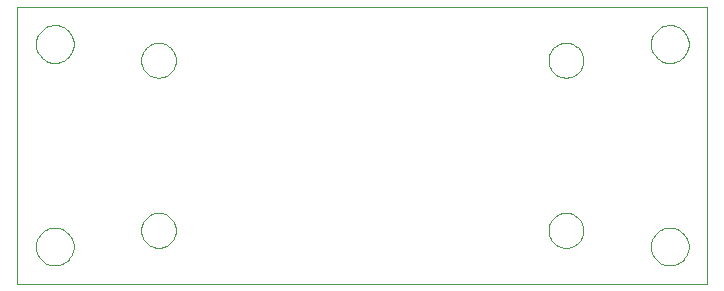
<source format=gm1>
G75*
G70*
%OFA0B0*%
%FSLAX24Y24*%
%IPPOS*%
%LPD*%
%AMOC8*
5,1,8,0,0,1.08239X$1,22.5*
%
%ADD10C,0.0000*%
D10*
X000625Y002625D02*
X000625Y011875D01*
X023625Y011875D01*
X023625Y002625D01*
X000625Y002625D01*
X001245Y003875D02*
X001247Y003925D01*
X001253Y003975D01*
X001263Y004024D01*
X001277Y004072D01*
X001294Y004119D01*
X001315Y004164D01*
X001340Y004208D01*
X001368Y004249D01*
X001400Y004288D01*
X001434Y004325D01*
X001471Y004359D01*
X001511Y004389D01*
X001553Y004416D01*
X001597Y004440D01*
X001643Y004461D01*
X001690Y004477D01*
X001738Y004490D01*
X001788Y004499D01*
X001837Y004504D01*
X001888Y004505D01*
X001938Y004502D01*
X001987Y004495D01*
X002036Y004484D01*
X002084Y004469D01*
X002130Y004451D01*
X002175Y004429D01*
X002218Y004403D01*
X002259Y004374D01*
X002298Y004342D01*
X002334Y004307D01*
X002366Y004269D01*
X002396Y004229D01*
X002423Y004186D01*
X002446Y004142D01*
X002465Y004096D01*
X002481Y004048D01*
X002493Y003999D01*
X002501Y003950D01*
X002505Y003900D01*
X002505Y003850D01*
X002501Y003800D01*
X002493Y003751D01*
X002481Y003702D01*
X002465Y003654D01*
X002446Y003608D01*
X002423Y003564D01*
X002396Y003521D01*
X002366Y003481D01*
X002334Y003443D01*
X002298Y003408D01*
X002259Y003376D01*
X002218Y003347D01*
X002175Y003321D01*
X002130Y003299D01*
X002084Y003281D01*
X002036Y003266D01*
X001987Y003255D01*
X001938Y003248D01*
X001888Y003245D01*
X001837Y003246D01*
X001788Y003251D01*
X001738Y003260D01*
X001690Y003273D01*
X001643Y003289D01*
X001597Y003310D01*
X001553Y003334D01*
X001511Y003361D01*
X001471Y003391D01*
X001434Y003425D01*
X001400Y003462D01*
X001368Y003501D01*
X001340Y003542D01*
X001315Y003586D01*
X001294Y003631D01*
X001277Y003678D01*
X001263Y003726D01*
X001253Y003775D01*
X001247Y003825D01*
X001245Y003875D01*
X004755Y004415D02*
X004757Y004463D01*
X004763Y004510D01*
X004773Y004557D01*
X004786Y004603D01*
X004804Y004648D01*
X004825Y004691D01*
X004849Y004732D01*
X004877Y004771D01*
X004908Y004808D01*
X004942Y004842D01*
X004979Y004873D01*
X005018Y004901D01*
X005059Y004925D01*
X005102Y004946D01*
X005147Y004964D01*
X005193Y004977D01*
X005240Y004987D01*
X005287Y004993D01*
X005335Y004995D01*
X005383Y004993D01*
X005430Y004987D01*
X005477Y004977D01*
X005523Y004964D01*
X005568Y004946D01*
X005611Y004925D01*
X005652Y004901D01*
X005691Y004873D01*
X005728Y004842D01*
X005762Y004808D01*
X005793Y004771D01*
X005821Y004732D01*
X005845Y004691D01*
X005866Y004648D01*
X005884Y004603D01*
X005897Y004557D01*
X005907Y004510D01*
X005913Y004463D01*
X005915Y004415D01*
X005913Y004367D01*
X005907Y004320D01*
X005897Y004273D01*
X005884Y004227D01*
X005866Y004182D01*
X005845Y004139D01*
X005821Y004098D01*
X005793Y004059D01*
X005762Y004022D01*
X005728Y003988D01*
X005691Y003957D01*
X005652Y003929D01*
X005611Y003905D01*
X005568Y003884D01*
X005523Y003866D01*
X005477Y003853D01*
X005430Y003843D01*
X005383Y003837D01*
X005335Y003835D01*
X005287Y003837D01*
X005240Y003843D01*
X005193Y003853D01*
X005147Y003866D01*
X005102Y003884D01*
X005059Y003905D01*
X005018Y003929D01*
X004979Y003957D01*
X004942Y003988D01*
X004908Y004022D01*
X004877Y004059D01*
X004849Y004098D01*
X004825Y004139D01*
X004804Y004182D01*
X004786Y004227D01*
X004773Y004273D01*
X004763Y004320D01*
X004757Y004367D01*
X004755Y004415D01*
X004755Y010085D02*
X004757Y010133D01*
X004763Y010180D01*
X004773Y010227D01*
X004786Y010273D01*
X004804Y010318D01*
X004825Y010361D01*
X004849Y010402D01*
X004877Y010441D01*
X004908Y010478D01*
X004942Y010512D01*
X004979Y010543D01*
X005018Y010571D01*
X005059Y010595D01*
X005102Y010616D01*
X005147Y010634D01*
X005193Y010647D01*
X005240Y010657D01*
X005287Y010663D01*
X005335Y010665D01*
X005383Y010663D01*
X005430Y010657D01*
X005477Y010647D01*
X005523Y010634D01*
X005568Y010616D01*
X005611Y010595D01*
X005652Y010571D01*
X005691Y010543D01*
X005728Y010512D01*
X005762Y010478D01*
X005793Y010441D01*
X005821Y010402D01*
X005845Y010361D01*
X005866Y010318D01*
X005884Y010273D01*
X005897Y010227D01*
X005907Y010180D01*
X005913Y010133D01*
X005915Y010085D01*
X005913Y010037D01*
X005907Y009990D01*
X005897Y009943D01*
X005884Y009897D01*
X005866Y009852D01*
X005845Y009809D01*
X005821Y009768D01*
X005793Y009729D01*
X005762Y009692D01*
X005728Y009658D01*
X005691Y009627D01*
X005652Y009599D01*
X005611Y009575D01*
X005568Y009554D01*
X005523Y009536D01*
X005477Y009523D01*
X005430Y009513D01*
X005383Y009507D01*
X005335Y009505D01*
X005287Y009507D01*
X005240Y009513D01*
X005193Y009523D01*
X005147Y009536D01*
X005102Y009554D01*
X005059Y009575D01*
X005018Y009599D01*
X004979Y009627D01*
X004942Y009658D01*
X004908Y009692D01*
X004877Y009729D01*
X004849Y009768D01*
X004825Y009809D01*
X004804Y009852D01*
X004786Y009897D01*
X004773Y009943D01*
X004763Y009990D01*
X004757Y010037D01*
X004755Y010085D01*
X001245Y010625D02*
X001247Y010675D01*
X001253Y010725D01*
X001263Y010774D01*
X001277Y010822D01*
X001294Y010869D01*
X001315Y010914D01*
X001340Y010958D01*
X001368Y010999D01*
X001400Y011038D01*
X001434Y011075D01*
X001471Y011109D01*
X001511Y011139D01*
X001553Y011166D01*
X001597Y011190D01*
X001643Y011211D01*
X001690Y011227D01*
X001738Y011240D01*
X001788Y011249D01*
X001837Y011254D01*
X001888Y011255D01*
X001938Y011252D01*
X001987Y011245D01*
X002036Y011234D01*
X002084Y011219D01*
X002130Y011201D01*
X002175Y011179D01*
X002218Y011153D01*
X002259Y011124D01*
X002298Y011092D01*
X002334Y011057D01*
X002366Y011019D01*
X002396Y010979D01*
X002423Y010936D01*
X002446Y010892D01*
X002465Y010846D01*
X002481Y010798D01*
X002493Y010749D01*
X002501Y010700D01*
X002505Y010650D01*
X002505Y010600D01*
X002501Y010550D01*
X002493Y010501D01*
X002481Y010452D01*
X002465Y010404D01*
X002446Y010358D01*
X002423Y010314D01*
X002396Y010271D01*
X002366Y010231D01*
X002334Y010193D01*
X002298Y010158D01*
X002259Y010126D01*
X002218Y010097D01*
X002175Y010071D01*
X002130Y010049D01*
X002084Y010031D01*
X002036Y010016D01*
X001987Y010005D01*
X001938Y009998D01*
X001888Y009995D01*
X001837Y009996D01*
X001788Y010001D01*
X001738Y010010D01*
X001690Y010023D01*
X001643Y010039D01*
X001597Y010060D01*
X001553Y010084D01*
X001511Y010111D01*
X001471Y010141D01*
X001434Y010175D01*
X001400Y010212D01*
X001368Y010251D01*
X001340Y010292D01*
X001315Y010336D01*
X001294Y010381D01*
X001277Y010428D01*
X001263Y010476D01*
X001253Y010525D01*
X001247Y010575D01*
X001245Y010625D01*
X018335Y010085D02*
X018337Y010133D01*
X018343Y010180D01*
X018353Y010227D01*
X018366Y010273D01*
X018384Y010318D01*
X018405Y010361D01*
X018429Y010402D01*
X018457Y010441D01*
X018488Y010478D01*
X018522Y010512D01*
X018559Y010543D01*
X018598Y010571D01*
X018639Y010595D01*
X018682Y010616D01*
X018727Y010634D01*
X018773Y010647D01*
X018820Y010657D01*
X018867Y010663D01*
X018915Y010665D01*
X018963Y010663D01*
X019010Y010657D01*
X019057Y010647D01*
X019103Y010634D01*
X019148Y010616D01*
X019191Y010595D01*
X019232Y010571D01*
X019271Y010543D01*
X019308Y010512D01*
X019342Y010478D01*
X019373Y010441D01*
X019401Y010402D01*
X019425Y010361D01*
X019446Y010318D01*
X019464Y010273D01*
X019477Y010227D01*
X019487Y010180D01*
X019493Y010133D01*
X019495Y010085D01*
X019493Y010037D01*
X019487Y009990D01*
X019477Y009943D01*
X019464Y009897D01*
X019446Y009852D01*
X019425Y009809D01*
X019401Y009768D01*
X019373Y009729D01*
X019342Y009692D01*
X019308Y009658D01*
X019271Y009627D01*
X019232Y009599D01*
X019191Y009575D01*
X019148Y009554D01*
X019103Y009536D01*
X019057Y009523D01*
X019010Y009513D01*
X018963Y009507D01*
X018915Y009505D01*
X018867Y009507D01*
X018820Y009513D01*
X018773Y009523D01*
X018727Y009536D01*
X018682Y009554D01*
X018639Y009575D01*
X018598Y009599D01*
X018559Y009627D01*
X018522Y009658D01*
X018488Y009692D01*
X018457Y009729D01*
X018429Y009768D01*
X018405Y009809D01*
X018384Y009852D01*
X018366Y009897D01*
X018353Y009943D01*
X018343Y009990D01*
X018337Y010037D01*
X018335Y010085D01*
X021745Y010625D02*
X021747Y010675D01*
X021753Y010725D01*
X021763Y010774D01*
X021777Y010822D01*
X021794Y010869D01*
X021815Y010914D01*
X021840Y010958D01*
X021868Y010999D01*
X021900Y011038D01*
X021934Y011075D01*
X021971Y011109D01*
X022011Y011139D01*
X022053Y011166D01*
X022097Y011190D01*
X022143Y011211D01*
X022190Y011227D01*
X022238Y011240D01*
X022288Y011249D01*
X022337Y011254D01*
X022388Y011255D01*
X022438Y011252D01*
X022487Y011245D01*
X022536Y011234D01*
X022584Y011219D01*
X022630Y011201D01*
X022675Y011179D01*
X022718Y011153D01*
X022759Y011124D01*
X022798Y011092D01*
X022834Y011057D01*
X022866Y011019D01*
X022896Y010979D01*
X022923Y010936D01*
X022946Y010892D01*
X022965Y010846D01*
X022981Y010798D01*
X022993Y010749D01*
X023001Y010700D01*
X023005Y010650D01*
X023005Y010600D01*
X023001Y010550D01*
X022993Y010501D01*
X022981Y010452D01*
X022965Y010404D01*
X022946Y010358D01*
X022923Y010314D01*
X022896Y010271D01*
X022866Y010231D01*
X022834Y010193D01*
X022798Y010158D01*
X022759Y010126D01*
X022718Y010097D01*
X022675Y010071D01*
X022630Y010049D01*
X022584Y010031D01*
X022536Y010016D01*
X022487Y010005D01*
X022438Y009998D01*
X022388Y009995D01*
X022337Y009996D01*
X022288Y010001D01*
X022238Y010010D01*
X022190Y010023D01*
X022143Y010039D01*
X022097Y010060D01*
X022053Y010084D01*
X022011Y010111D01*
X021971Y010141D01*
X021934Y010175D01*
X021900Y010212D01*
X021868Y010251D01*
X021840Y010292D01*
X021815Y010336D01*
X021794Y010381D01*
X021777Y010428D01*
X021763Y010476D01*
X021753Y010525D01*
X021747Y010575D01*
X021745Y010625D01*
X018335Y004415D02*
X018337Y004463D01*
X018343Y004510D01*
X018353Y004557D01*
X018366Y004603D01*
X018384Y004648D01*
X018405Y004691D01*
X018429Y004732D01*
X018457Y004771D01*
X018488Y004808D01*
X018522Y004842D01*
X018559Y004873D01*
X018598Y004901D01*
X018639Y004925D01*
X018682Y004946D01*
X018727Y004964D01*
X018773Y004977D01*
X018820Y004987D01*
X018867Y004993D01*
X018915Y004995D01*
X018963Y004993D01*
X019010Y004987D01*
X019057Y004977D01*
X019103Y004964D01*
X019148Y004946D01*
X019191Y004925D01*
X019232Y004901D01*
X019271Y004873D01*
X019308Y004842D01*
X019342Y004808D01*
X019373Y004771D01*
X019401Y004732D01*
X019425Y004691D01*
X019446Y004648D01*
X019464Y004603D01*
X019477Y004557D01*
X019487Y004510D01*
X019493Y004463D01*
X019495Y004415D01*
X019493Y004367D01*
X019487Y004320D01*
X019477Y004273D01*
X019464Y004227D01*
X019446Y004182D01*
X019425Y004139D01*
X019401Y004098D01*
X019373Y004059D01*
X019342Y004022D01*
X019308Y003988D01*
X019271Y003957D01*
X019232Y003929D01*
X019191Y003905D01*
X019148Y003884D01*
X019103Y003866D01*
X019057Y003853D01*
X019010Y003843D01*
X018963Y003837D01*
X018915Y003835D01*
X018867Y003837D01*
X018820Y003843D01*
X018773Y003853D01*
X018727Y003866D01*
X018682Y003884D01*
X018639Y003905D01*
X018598Y003929D01*
X018559Y003957D01*
X018522Y003988D01*
X018488Y004022D01*
X018457Y004059D01*
X018429Y004098D01*
X018405Y004139D01*
X018384Y004182D01*
X018366Y004227D01*
X018353Y004273D01*
X018343Y004320D01*
X018337Y004367D01*
X018335Y004415D01*
X021745Y003875D02*
X021747Y003925D01*
X021753Y003975D01*
X021763Y004024D01*
X021777Y004072D01*
X021794Y004119D01*
X021815Y004164D01*
X021840Y004208D01*
X021868Y004249D01*
X021900Y004288D01*
X021934Y004325D01*
X021971Y004359D01*
X022011Y004389D01*
X022053Y004416D01*
X022097Y004440D01*
X022143Y004461D01*
X022190Y004477D01*
X022238Y004490D01*
X022288Y004499D01*
X022337Y004504D01*
X022388Y004505D01*
X022438Y004502D01*
X022487Y004495D01*
X022536Y004484D01*
X022584Y004469D01*
X022630Y004451D01*
X022675Y004429D01*
X022718Y004403D01*
X022759Y004374D01*
X022798Y004342D01*
X022834Y004307D01*
X022866Y004269D01*
X022896Y004229D01*
X022923Y004186D01*
X022946Y004142D01*
X022965Y004096D01*
X022981Y004048D01*
X022993Y003999D01*
X023001Y003950D01*
X023005Y003900D01*
X023005Y003850D01*
X023001Y003800D01*
X022993Y003751D01*
X022981Y003702D01*
X022965Y003654D01*
X022946Y003608D01*
X022923Y003564D01*
X022896Y003521D01*
X022866Y003481D01*
X022834Y003443D01*
X022798Y003408D01*
X022759Y003376D01*
X022718Y003347D01*
X022675Y003321D01*
X022630Y003299D01*
X022584Y003281D01*
X022536Y003266D01*
X022487Y003255D01*
X022438Y003248D01*
X022388Y003245D01*
X022337Y003246D01*
X022288Y003251D01*
X022238Y003260D01*
X022190Y003273D01*
X022143Y003289D01*
X022097Y003310D01*
X022053Y003334D01*
X022011Y003361D01*
X021971Y003391D01*
X021934Y003425D01*
X021900Y003462D01*
X021868Y003501D01*
X021840Y003542D01*
X021815Y003586D01*
X021794Y003631D01*
X021777Y003678D01*
X021763Y003726D01*
X021753Y003775D01*
X021747Y003825D01*
X021745Y003875D01*
M02*

</source>
